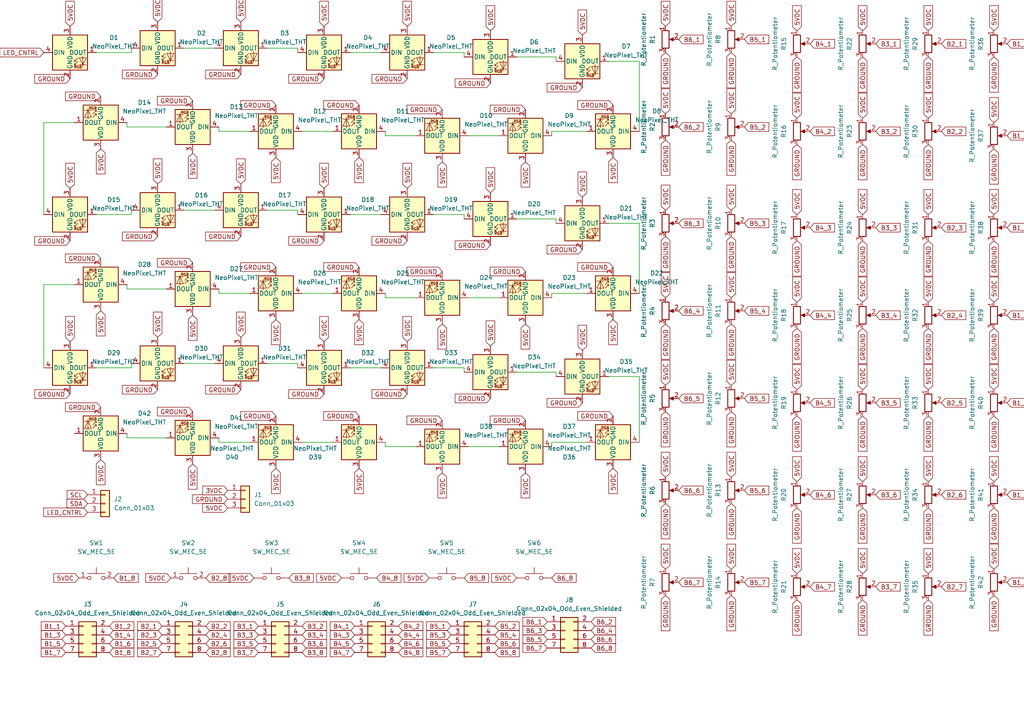
<source format=kicad_sch>
(kicad_sch (version 20211123) (generator eeschema)
  (paper "A4")
  (wire (pts (xy 176.53 17.78) (xy 185.42 17.78)))
  (wire (pts (xy 176.53 109.22) (xy 185.42 109.22)))
  (wire (pts (xy 125.73 62.23) (xy 134.62 62.23)))
  (wire (pts (xy 36.83 36.83) (xy 36.83 35.56)))
  (wire (pts (xy 176.53 64.77) (xy 185.42 64.77)))
  (wire (pts (xy 120.65 129.54) (xy 111.76 129.54)))
  (wire (pts (xy 53.34 105.41) (xy 62.23 105.41)))
  (wire (pts (xy 161.29 63.5) (xy 161.29 64.77)))
  (wire (pts (xy 160.02 128.27) (xy 160.02 129.54)))
  (wire (pts (xy 53.34 13.97) (xy 62.23 13.97)))
  (wire (pts (xy 77.47 105.41) (xy 86.36 105.41)))
  (wire (pts (xy 21.59 35.56) (xy 12.7 35.56)))
  (wire (pts (xy 160.02 85.09) (xy 160.02 86.36)))
  (wire (pts (xy 27.94 15.24) (xy 38.1 15.24)))
  (wire (pts (xy 86.36 13.97) (xy 86.36 15.24)))
  (wire (pts (xy 125.73 15.24) (xy 134.62 15.24)))
  (wire (pts (xy 72.39 85.09) (xy 63.5 85.09)))
  (wire (pts (xy 185.42 17.78) (xy 185.42 38.1)))
  (wire (pts (xy 160.02 38.1) (xy 160.02 39.37)))
  (wire (pts (xy 12.7 82.55) (xy 12.7 106.68)))
  (wire (pts (xy 27.94 106.68) (xy 38.1 106.68)))
  (wire (pts (xy 72.39 38.1) (xy 63.5 38.1)))
  (wire (pts (xy 111.76 39.37) (xy 111.76 38.1)))
  (wire (pts (xy 149.86 16.51) (xy 161.29 16.51)))
  (wire (pts (xy 149.86 63.5) (xy 161.29 63.5)))
  (wire (pts (xy 63.5 38.1) (xy 63.5 36.83)))
  (wire (pts (xy 38.1 106.68) (xy 38.1 105.41)))
  (wire (pts (xy 87.63 38.1) (xy 96.52 38.1)))
  (wire (pts (xy 185.42 109.22) (xy 185.42 128.27)))
  (wire (pts (xy 77.47 13.97) (xy 86.36 13.97)))
  (wire (pts (xy 125.73 106.68) (xy 134.62 106.68)))
  (wire (pts (xy 134.62 62.23) (xy 134.62 63.5)))
  (wire (pts (xy 72.39 128.27) (xy 63.5 128.27)))
  (wire (pts (xy 63.5 128.27) (xy 63.5 127)))
  (wire (pts (xy 38.1 15.24) (xy 38.1 13.97)))
  (wire (pts (xy 170.18 128.27) (xy 160.02 128.27)))
  (wire (pts (xy 87.63 128.27) (xy 96.52 128.27)))
  (wire (pts (xy 135.89 86.36) (xy 144.78 86.36)))
  (wire (pts (xy 77.47 60.96) (xy 86.36 60.96)))
  (wire (pts (xy 48.26 83.82) (xy 36.83 83.82)))
  (wire (pts (xy 63.5 85.09) (xy 63.5 83.82)))
  (wire (pts (xy 170.18 85.09) (xy 160.02 85.09)))
  (wire (pts (xy 120.65 86.36) (xy 111.76 86.36)))
  (wire (pts (xy 161.29 107.95) (xy 161.29 109.22)))
  (wire (pts (xy 135.89 129.54) (xy 144.78 129.54)))
  (wire (pts (xy 149.86 107.95) (xy 161.29 107.95)))
  (wire (pts (xy 38.1 62.23) (xy 38.1 60.96)))
  (wire (pts (xy 53.34 60.96) (xy 62.23 60.96)))
  (wire (pts (xy 27.94 62.23) (xy 38.1 62.23)))
  (wire (pts (xy 134.62 15.24) (xy 134.62 16.51)))
  (wire (pts (xy 101.6 106.68) (xy 110.49 106.68)))
  (wire (pts (xy 185.42 64.77) (xy 185.42 85.09)))
  (wire (pts (xy 120.65 39.37) (xy 111.76 39.37)))
  (wire (pts (xy 134.62 106.68) (xy 134.62 107.95)))
  (wire (pts (xy 36.83 127) (xy 36.83 125.73)))
  (wire (pts (xy 86.36 105.41) (xy 86.36 106.68)))
  (wire (pts (xy 48.26 36.83) (xy 36.83 36.83)))
  (wire (pts (xy 101.6 62.23) (xy 110.49 62.23)))
  (wire (pts (xy 170.18 38.1) (xy 160.02 38.1)))
  (wire (pts (xy 48.26 127) (xy 36.83 127)))
  (wire (pts (xy 101.6 15.24) (xy 110.49 15.24)))
  (wire (pts (xy 86.36 60.96) (xy 86.36 62.23)))
  (wire (pts (xy 36.83 83.82) (xy 36.83 82.55)))
  (wire (pts (xy 111.76 86.36) (xy 111.76 85.09)))
  (wire (pts (xy 87.63 85.09) (xy 96.52 85.09)))
  (wire (pts (xy 135.89 39.37) (xy 144.78 39.37)))
  (wire (pts (xy 12.7 35.56) (xy 12.7 62.23)))
  (wire (pts (xy 111.76 129.54) (xy 111.76 128.27)))
  (wire (pts (xy 21.59 82.55) (xy 12.7 82.55)))
  (wire (pts (xy 161.29 16.51) (xy 161.29 17.78)))
  (global_label "5VDC" (shape input) (at 168.91 10.16 90) (property "Intersheet References" "${INTERSHEET_REFS}" (effects hide)))
  (global_label "B3_4" (shape input) (at 254 91.44 0) (property "Intersheet References" "${INTERSHEET_REFS}" (effects hide)))
  (global_label "5VDC" (shape input) (at 288.29 113.03 90) (property "Intersheet References" "${INTERSHEET_REFS}" (effects hide)))
  (global_label "5VDC" (shape input) (at 20.32 7.62 90) (property "Intersheet References" "${INTERSHEET_REFS}" (effects hide)))
  (global_label "B4_8" (shape input) (at 115.57 189.23 0) (property "Intersheet References" "${INTERSHEET_REFS}" (effects hide)))
  (global_label "5VDC" (shape input) (at 288.29 87.63 90) (property "Intersheet References" "${INTERSHEET_REFS}" (effects hide)))
  (global_label "SDA" (shape input) (at 25.4 146.05 180) (property "Intersheet References" "${INTERSHEET_REFS}" (effects hide)))
  (global_label "GROUND" (shape input) (at 118.11 22.86 180) (property "Intersheet References" "${INTERSHEET_REFS}" (effects hide)))
  (global_label "5VDC" (shape input) (at 250.19 166.37 90) (property "Intersheet References" "${INTERSHEET_REFS}" (effects hide)))
  (global_label "GROUND" (shape input) (at 128.27 121.92 180) (property "Intersheet References" "${INTERSHEET_REFS}" (effects hide)))
  (global_label "5VDC" (shape input) (at 149.86 167.64 180) (property "Intersheet References" "${INTERSHEET_REFS}" (effects hide)))
  (global_label "B4_3" (shape input) (at 102.87 184.15 180) (property "Intersheet References" "${INTERSHEET_REFS}" (effects hide)))
  (global_label "GROUND" (shape input) (at 55.88 29.21 180) (property "Intersheet References" "${INTERSHEET_REFS}" (effects hide)))
  (global_label "GROUND" (shape input) (at 212.09 40.64 270) (property "Intersheet References" "${INTERSHEET_REFS}" (effects hide)))
  (global_label "GROUND" (shape input) (at 168.91 72.39 180) (property "Intersheet References" "${INTERSHEET_REFS}" (effects hide)))
  (global_label "B6_4" (shape input) (at 171.45 182.88 0) (property "Intersheet References" "${INTERSHEET_REFS}" (effects hide)))
  (global_label "GROUND" (shape input) (at 269.24 173.99 270) (property "Intersheet References" "${INTERSHEET_REFS}" (effects hide)))
  (global_label "GROUND" (shape input) (at 80.01 120.65 180) (property "Intersheet References" "${INTERSHEET_REFS}" (effects hide)))
  (global_label "B2_2" (shape input) (at 273.05 38.1 0) (property "Intersheet References" "${INTERSHEET_REFS}" (effects hide)))
  (global_label "GROUND" (shape input) (at 93.98 22.86 180) (property "Intersheet References" "${INTERSHEET_REFS}" (effects hide)))
  (global_label "GROUND" (shape input) (at 168.91 116.84 180) (property "Intersheet References" "${INTERSHEET_REFS}" (effects hide)))
  (global_label "GROUND" (shape input) (at 269.24 16.51 270) (property "Intersheet References" "${INTERSHEET_REFS}" (effects hide)))
  (global_label "GROUND" (shape input) (at 93.98 69.85 180) (property "Intersheet References" "${INTERSHEET_REFS}" (effects hide)))
  (global_label "B1_6" (shape input) (at 292.1 143.51 0) (property "Intersheet References" "${INTERSHEET_REFS}" (effects hide)))
  (global_label "GROUND" (shape input) (at 193.04 146.05 270) (property "Intersheet References" "${INTERSHEET_REFS}" (effects hide)))
  (global_label "GROUND" (shape input) (at 250.19 16.51 270) (property "Intersheet References" "${INTERSHEET_REFS}" (effects hide)))
  (global_label "B1_2" (shape input) (at 31.75 181.61 0) (property "Intersheet References" "${INTERSHEET_REFS}" (effects hide)))
  (global_label "GROUND" (shape input) (at 168.91 25.4 180) (property "Intersheet References" "${INTERSHEET_REFS}" (effects hide)))
  (global_label "5VDC" (shape input) (at 250.19 113.03 90) (property "Intersheet References" "${INTERSHEET_REFS}" (effects hide)))
  (global_label "GROUND" (shape input) (at 231.14 16.51 270) (property "Intersheet References" "${INTERSHEET_REFS}" (effects hide)))
  (global_label "B5_6" (shape input) (at 143.51 186.69 0) (property "Intersheet References" "${INTERSHEET_REFS}" (effects hide)))
  (global_label "GROUND" (shape input) (at 193.04 68.58 270) (property "Intersheet References" "${INTERSHEET_REFS}" (effects hide)))
  (global_label "5VDC" (shape input) (at 231.14 139.7 90) (property "Intersheet References" "${INTERSHEET_REFS}" (effects hide)))
  (global_label "3VDC" (shape input) (at 66.04 142.24 180) (property "Intersheet References" "${INTERSHEET_REFS}" (effects hide)))
  (global_label "GROUND" (shape input) (at 193.04 93.98 270) (property "Intersheet References" "${INTERSHEET_REFS}" (effects hide)))
  (global_label "GROUND" (shape input) (at 231.14 41.91 270) (property "Intersheet References" "${INTERSHEET_REFS}" (effects hide)))
  (global_label "5VDC" (shape input) (at 142.24 8.89 90) (property "Intersheet References" "${INTERSHEET_REFS}" (effects hide)))
  (global_label "B1_3" (shape input) (at 292.1 66.04 0) (property "Intersheet References" "${INTERSHEET_REFS}" (effects hide)))
  (global_label "B5_4" (shape input) (at 215.9 90.17 0) (property "Intersheet References" "${INTERSHEET_REFS}" (effects hide)))
  (global_label "GROUND" (shape input) (at 55.88 119.38 180) (property "Intersheet References" "${INTERSHEET_REFS}" (effects hide)))
  (global_label "GROUND" (shape input) (at 142.24 71.12 180) (property "Intersheet References" "${INTERSHEET_REFS}" (effects hide)))
  (global_label "GROUND" (shape input) (at 45.72 113.03 180) (property "Intersheet References" "${INTERSHEET_REFS}" (effects hide)))
  (global_label "B1_5" (shape input) (at 19.05 186.69 180) (property "Intersheet References" "${INTERSHEET_REFS}" (effects hide)))
  (global_label "B2_1" (shape input) (at 273.05 12.7 0) (property "Intersheet References" "${INTERSHEET_REFS}" (effects hide)))
  (global_label "5VDC" (shape input) (at 142.24 100.33 90) (property "Intersheet References" "${INTERSHEET_REFS}" (effects hide)))
  (global_label "B6_1" (shape input) (at 196.85 11.43 0) (property "Intersheet References" "${INTERSHEET_REFS}" (effects hide)))
  (global_label "GROUND" (shape input) (at 193.04 119.38 270) (property "Intersheet References" "${INTERSHEET_REFS}" (effects hide)))
  (global_label "GROUND" (shape input) (at 29.21 74.93 180) (property "Intersheet References" "${INTERSHEET_REFS}" (effects hide)))
  (global_label "B2_3" (shape input) (at 273.05 66.04 0) (property "Intersheet References" "${INTERSHEET_REFS}" (effects hide)))
  (global_label "GROUND" (shape input) (at 118.11 114.3 180) (property "Intersheet References" "${INTERSHEET_REFS}" (effects hide)))
  (global_label "B3_3" (shape input) (at 254 66.04 0) (property "Intersheet References" "${INTERSHEET_REFS}" (effects hide)))
  (global_label "GROUND" (shape input) (at 20.32 22.86 180) (property "Intersheet References" "${INTERSHEET_REFS}" (effects hide)))
  (global_label "5VDC" (shape input) (at 193.04 33.02 90) (property "Intersheet References" "${INTERSHEET_REFS}" (effects hide)))
  (global_label "5VDC" (shape input) (at 288.29 62.23 90) (property "Intersheet References" "${INTERSHEET_REFS}" (effects hide)))
  (global_label "B2_7" (shape input) (at 46.99 189.23 180) (property "Intersheet References" "${INTERSHEET_REFS}" (effects hide)))
  (global_label "5VDC" (shape input) (at 212.09 111.76 90) (property "Intersheet References" "${INTERSHEET_REFS}" (effects hide)))
  (global_label "B6_2" (shape input) (at 196.85 36.83 0) (property "Intersheet References" "${INTERSHEET_REFS}" (effects hide)))
  (global_label "B1_4" (shape input) (at 292.1 91.44 0) (property "Intersheet References" "${INTERSHEET_REFS}" (effects hide)))
  (global_label "5VDC" (shape input) (at 55.88 44.45 270) (property "Intersheet References" "${INTERSHEET_REFS}" (effects hide)))
  (global_label "B2_8" (shape input) (at 59.69 167.64 0) (property "Intersheet References" "${INTERSHEET_REFS}" (effects hide)))
  (global_label "B4_2" (shape input) (at 234.95 38.1 0) (property "Intersheet References" "${INTERSHEET_REFS}" (effects hide)))
  (global_label "GROUND" (shape input) (at 142.24 24.13 180) (property "Intersheet References" "${INTERSHEET_REFS}" (effects hide)))
  (global_label "GROUND" (shape input) (at 152.4 31.75 180) (property "Intersheet References" "${INTERSHEET_REFS}" (effects hide)))
  (global_label "B6_7" (shape input) (at 158.75 187.96 180) (property "Intersheet References" "${INTERSHEET_REFS}" (effects hide)))
  (global_label "B2_5" (shape input) (at 273.05 116.84 0) (property "Intersheet References" "${INTERSHEET_REFS}" (effects hide)))
  (global_label "GROUND" (shape input) (at 80.01 77.47 180) (property "Intersheet References" "${INTERSHEET_REFS}" (effects hide)))
  (global_label "5VDC" (shape input) (at 212.09 7.62 90) (property "Intersheet References" "${INTERSHEET_REFS}" (effects hide)))
  (global_label "B5_7" (shape input) (at 130.81 189.23 180) (property "Intersheet References" "${INTERSHEET_REFS}" (effects hide)))
  (global_label "5VDC" (shape input) (at 80.01 135.89 270) (property "Intersheet References" "${INTERSHEET_REFS}" (effects hide)))
  (global_label "GROUND" (shape input) (at 128.27 31.75 180) (property "Intersheet References" "${INTERSHEET_REFS}" (effects hide)))
  (global_label "B1_8" (shape input) (at 31.75 189.23 0) (property "Intersheet References" "${INTERSHEET_REFS}" (effects hide)))
  (global_label "B5_6" (shape input) (at 215.9 142.24 0) (property "Intersheet References" "${INTERSHEET_REFS}" (effects hide)))
  (global_label "5VDC" (shape input) (at 193.04 60.96 90) (property "Intersheet References" "${INTERSHEET_REFS}" (effects hide)))
  (global_label "GROUND" (shape input) (at 177.8 120.65 180) (property "Intersheet References" "${INTERSHEET_REFS}" (effects hide)))
  (global_label "B2_4" (shape input) (at 59.69 184.15 0) (property "Intersheet References" "${INTERSHEET_REFS}" (effects hide)))
  (global_label "B1_5" (shape input) (at 292.1 116.84 0) (property "Intersheet References" "${INTERSHEET_REFS}" (effects hide)))
  (global_label "B1_3" (shape input) (at 19.05 184.15 180) (property "Intersheet References" "${INTERSHEET_REFS}" (effects hide)))
  (global_label "GROUND" (shape input) (at 212.09 68.58 270) (property "Intersheet References" "${INTERSHEET_REFS}" (effects hide)))
  (global_label "5VDC" (shape input) (at 250.19 87.63 90) (property "Intersheet References" "${INTERSHEET_REFS}" (effects hide)))
  (global_label "B1_1" (shape input) (at 292.1 12.7 0) (property "Intersheet References" "${INTERSHEET_REFS}" (effects hide)))
  (global_label "5VDC" (shape input) (at 288.29 8.89 90) (property "Intersheet References" "${INTERSHEET_REFS}" (effects hide)))
  (global_label "B6_1" (shape input) (at 158.75 180.34 180) (property "Intersheet References" "${INTERSHEET_REFS}" (effects hide)))
  (global_label "5VDC" (shape input) (at 250.19 62.23 90) (property "Intersheet References" "${INTERSHEET_REFS}" (effects hide)))
  (global_label "5VDC" (shape input) (at 104.14 92.71 270) (property "Intersheet References" "${INTERSHEET_REFS}" (effects hide)))
  (global_label "B3_1" (shape input) (at 74.93 181.61 180) (property "Intersheet References" "${INTERSHEET_REFS}" (effects hide)))
  (global_label "5VDC" (shape input) (at 20.32 54.61 90) (property "Intersheet References" "${INTERSHEET_REFS}" (effects hide)))
  (global_label "GROUND" (shape input) (at 212.09 119.38 270) (property "Intersheet References" "${INTERSHEET_REFS}" (effects hide)))
  (global_label "B4_3" (shape input) (at 234.95 66.04 0) (property "Intersheet References" "${INTERSHEET_REFS}" (effects hide)))
  (global_label "5VDC" (shape input) (at 55.88 91.44 270) (property "Intersheet References" "${INTERSHEET_REFS}" (effects hide)))
  (global_label "5VDC" (shape input) (at 269.24 62.23 90) (property "Intersheet References" "${INTERSHEET_REFS}" (effects hide)))
  (global_label "B1_8" (shape input) (at 33.02 167.64 0) (property "Intersheet References" "${INTERSHEET_REFS}" (effects hide)))
  (global_label "B4_5" (shape input) (at 234.95 116.84 0) (property "Intersheet References" "${INTERSHEET_REFS}" (effects hide)))
  (global_label "5VDC" (shape input) (at 288.29 35.56 90) (property "Intersheet References" "${INTERSHEET_REFS}" (effects hide)))
  (global_label "B6_5" (shape input) (at 158.75 185.42 180) (property "Intersheet References" "${INTERSHEET_REFS}" (effects hide)))
  (global_label "B4_4" (shape input) (at 234.95 91.44 0) (property "Intersheet References" "${INTERSHEET_REFS}" (effects hide)))
  (global_label "GROUND" (shape input) (at 177.8 30.48 180) (property "Intersheet References" "${INTERSHEET_REFS}" (effects hide)))
  (global_label "5VDC" (shape input) (at 49.53 167.64 180) (property "Intersheet References" "${INTERSHEET_REFS}" (effects hide)))
  (global_label "SCL" (shape input) (at 25.4 143.51 180) (property "Intersheet References" "${INTERSHEET_REFS}" (effects hide)))
  (global_label "LED_CNTRL" (shape input) (at 12.7 15.24 180) (property "Intersheet References" "${INTERSHEET_REFS}" (effects hide)))
  (global_label "5VDC" (shape input) (at 193.04 86.36 90) (property "Intersheet References" "${INTERSHEET_REFS}" (effects hide)))
  (global_label "5VDC" (shape input) (at 152.4 137.16 270) (property "Intersheet References" "${INTERSHEET_REFS}" (effects hide)))
  (global_label "GROUND" (shape input) (at 128.27 78.74 180) (property "Intersheet References" "${INTERSHEET_REFS}" (effects hide)))
  (global_label "B5_3" (shape input) (at 130.81 184.15 180) (property "Intersheet References" "${INTERSHEET_REFS}" (effects hide)))
  (global_label "GROUND" (shape input) (at 142.24 115.57 180) (property "Intersheet References" "${INTERSHEET_REFS}" (effects hide)))
  (global_label "B6_2" (shape input) (at 171.45 180.34 0) (property "Intersheet References" "${INTERSHEET_REFS}" (effects hide)))
  (global_label "5VDC" (shape input) (at 124.46 167.64 180) (property "Intersheet References" "${INTERSHEET_REFS}" (effects hide)))
  (global_label "5VDC" (shape input) (at 177.8 92.71 270) (property "Intersheet References" "${INTERSHEET_REFS}" (effects hide)))
  (global_label "5VDC" (shape input) (at 212.09 33.02 90) (property "Intersheet References" "${INTERSHEET_REFS}" (effects hide)))
  (global_label "GROUND" (shape input) (at 288.29 69.85 270) (property "Intersheet References" "${INTERSHEET_REFS}" (effects hide)))
  (global_label "B3_4" (shape input) (at 87.63 184.15 0) (property "Intersheet References" "${INTERSHEET_REFS}" (effects hide)))
  (global_label "B4_8" (shape input) (at 109.22 167.64 0) (property "Intersheet References" "${INTERSHEET_REFS}" (effects hide)))
  (global_label "B3_5" (shape input) (at 254 116.84 0) (property "Intersheet References" "${INTERSHEET_REFS}" (effects hide)))
  (global_label "5VDC" (shape input) (at 193.04 138.43 90) (property "Intersheet References" "${INTERSHEET_REFS}" (effects hide)))
  (global_label "5VDC" (shape input) (at 99.06 167.64 180) (property "Intersheet References" "${INTERSHEET_REFS}" (effects hide)))
  (global_label "GROUND" (shape input) (at 269.24 120.65 270) (property "Intersheet References" "${INTERSHEET_REFS}" (effects hide)))
  (global_label "B2_6" (shape input) (at 273.05 143.51 0) (property "Intersheet References" "${INTERSHEET_REFS}" (effects hide)))
  (global_label "GROUND" (shape input) (at 269.24 69.85 270) (property "Intersheet References" "${INTERSHEET_REFS}" (effects hide)))
  (global_label "GROUND" (shape input) (at 193.04 15.24 270) (property "Intersheet References" "${INTERSHEET_REFS}" (effects hide)))
  (global_label "B4_2" (shape input) (at 115.57 181.61 0) (property "Intersheet References" "${INTERSHEET_REFS}" (effects hide)))
  (global_label "B1_2" (shape input) (at 292.1 39.37 0) (property "Intersheet References" "${INTERSHEET_REFS}" (effects hide)))
  (global_label "5VDC" (shape input) (at 177.8 45.72 270) (property "Intersheet References" "${INTERSHEET_REFS}" (effects hide)))
  (global_label "5VDC" (shape input) (at 128.27 93.98 270) (property "Intersheet References" "${INTERSHEET_REFS}" (effects hide)))
  (global_label "GROUND" (shape input) (at 288.29 147.32 270) (property "Intersheet References" "${INTERSHEET_REFS}" (effects hide)))
  (global_label "B3_6" (shape input) (at 254 143.51 0) (property "Intersheet References" "${INTERSHEET_REFS}" (effects hide)))
  (global_label "B2_1" (shape input) (at 46.99 181.61 180) (property "Intersheet References" "${INTERSHEET_REFS}" (effects hide)))
  (global_label "B1_4" (shape input) (at 31.75 184.15 0) (property "Intersheet References" "${INTERSHEET_REFS}" (effects hide)))
  (global_label "GROUND" (shape input) (at 250.19 120.65 270) (property "Intersheet References" "${INTERSHEET_REFS}" (effects hide)))
  (global_label "GROUND" (shape input) (at 250.19 41.91 270) (property "Intersheet References" "${INTERSHEET_REFS}" (effects hide)))
  (global_label "5VDC" (shape input) (at 152.4 93.98 270) (property "Intersheet References" "${INTERSHEET_REFS}" (effects hide)))
  (global_label "5VDC" (shape input) (at 55.88 134.62 270) (property "Intersheet References" "${INTERSHEET_REFS}" (effects hide)))
  (global_label "B4_7" (shape input) (at 102.87 189.23 180) (property "Intersheet References" "${INTERSHEET_REFS}" (effects hide)))
  (global_label "GROUND" (shape input) (at 193.04 40.64 270) (property "Intersheet References" "${INTERSHEET_REFS}" (effects hide)))
  (global_label "5VDC" (shape input) (at 212.09 138.43 90) (property "Intersheet References" "${INTERSHEET_REFS}" (effects hide)))
  (global_label "B3_2" (shape input) (at 87.63 181.61 0) (property "Intersheet References" "${INTERSHEET_REFS}" (effects hide)))
  (global_label "GROUND" (shape input) (at 80.01 30.48 180) (property "Intersheet References" "${INTERSHEET_REFS}" (effects hide)))
  (global_label "B5_4" (shape input) (at 143.51 184.15 0) (property "Intersheet References" "${INTERSHEET_REFS}" (effects hide)))
  (global_label "B3_8" (shape input) (at 83.82 167.64 0) (property "Intersheet References" "${INTERSHEET_REFS}" (effects hide)))
  (global_label "GROUND" (shape input) (at 177.8 77.47 180) (property "Intersheet References" "${INTERSHEET_REFS}" (effects hide)))
  (global_label "B2_6" (shape input) (at 59.69 186.69 0) (property "Intersheet References" "${INTERSHEET_REFS}" (effects hide)))
  (global_label "5VDC" (shape input) (at 80.01 92.71 270) (property "Intersheet References" "${INTERSHEET_REFS}" (effects hide)))
  (global_label "5VDC" (shape input) (at 193.04 111.76 90) (property "Intersheet References" "${INTERSHEET_REFS}" (effects hide)))
  (global_label "5VDC" (shape input) (at 152.4 46.99 270) (property "Intersheet References" "${INTERSHEET_REFS}" (effects hide)))
  (global_label "5VDC" (shape input) (at 69.85 6.35 90) (property "Intersheet References" "${INTERSHEET_REFS}" (effects hide)))
  (global_label "5VDC" (shape input) (at 231.14 8.89 90) (property "Intersheet References" "${INTERSHEET_REFS}" (effects hide)))
  (global_label "GROUND" (shape input) (at 269.24 95.25 270) (property "Intersheet References" "${INTERSHEET_REFS}" (effects hide)))
  (global_label "GROUND" (shape input) (at 55.88 76.2 180) (property "Intersheet References" "${INTERSHEET_REFS}" (effects hide)))
  (global_label "B3_7" (shape input) (at 74.93 189.23 180) (property "Intersheet References" "${INTERSHEET_REFS}" (effects hide)))
  (global_label "B6_8" (shape input) (at 160.02 167.64 0) (property "Intersheet References" "${INTERSHEET_REFS}" (effects hide)))
  (global_label "GROUND" (shape input) (at 288.29 120.65 270) (property "Intersheet References" "${INTERSHEET_REFS}" (effects hide)))
  (global_label "5VDC" (shape input) (at 20.32 99.06 90) (property "Intersheet References" "${INTERSHEET_REFS}" (effects hide)))
  (global_label "GROUND" (shape input) (at 69.85 21.59 180) (property "Intersheet References" "${INTERSHEET_REFS}" (effects hide)))
  (global_label "5VDC" (shape input) (at 288.29 139.7 90) (property "Intersheet References" "${INTERSHEET_REFS}" (effects hide)))
  (global_label "5VDC" (shape input) (at 269.24 166.37 90) (property "Intersheet References" "${INTERSHEET_REFS}" (effects hide)))
  (global_label "GROUND" (shape input) (at 69.85 68.58 180) (property "Intersheet References" "${INTERSHEET_REFS}" (effects hide)))
  (global_label "B5_5" (shape input) (at 215.9 115.57 0) (property "Intersheet References" "${INTERSHEET_REFS}" (effects hide)))
  (global_label "5VDC" (shape input) (at 128.27 137.16 270) (property "Intersheet References" "${INTERSHEET_REFS}" (effects hide)))
  (global_label "GROUND" (shape input) (at 269.24 41.91 270) (property "Intersheet References" "${INTERSHEET_REFS}" (effects hide)))
  (global_label "GROUND" (shape input) (at 118.11 69.85 180) (property "Intersheet References" "${INTERSHEET_REFS}" (effects hide)))
  (global_label "5VDC" (shape input) (at 22.86 167.64 180) (property "Intersheet References" "${INTERSHEET_REFS}" (effects hide)))
  (global_label "GROUND" (shape input) (at 20.32 69.85 180) (property "Intersheet References" "${INTERSHEET_REFS}" (effects hide)))
  (global_label "5VDC" (shape input) (at 212.09 86.36 90) (property "Intersheet References" "${INTERSHEET_REFS}" (effects hide)))
  (global_label "B5_8" (shape input) (at 143.51 189.23 0) (property "Intersheet References" "${INTERSHEET_REFS}" (effects hide)))
  (global_label "5VDC" (shape input) (at 168.91 101.6 90) (property "Intersheet References" "${INTERSHEET_REFS}" (effects hide)))
  (global_label "GROUND" (shape input) (at 231.14 120.65 270) (property "Intersheet References" "${INTERSHEET_REFS}" (effects hide)))
  (global_label "GROUND" (shape input) (at 45.72 68.58 180) (property "Intersheet References" "${INTERSHEET_REFS}" (effects hide)))
  (global_label "GROUND" (shape input) (at 45.72 21.59 180) (property "Intersheet References" "${INTERSHEET_REFS}" (effects hide)))
  (global_label "B5_5" (shape input) (at 130.81 186.69 180) (property "Intersheet References" "${INTERSHEET_REFS}" (effects hide)))
  (global_label "B6_7" (shape input) (at 196.85 168.91 0) (property "Intersheet References" "${INTERSHEET_REFS}" (effects hide)))
  (global_label "B3_3" (shape input) (at 74.93 184.15 180) (property "Intersheet References" "${INTERSHEET_REFS}" (effects hide)))
  (global_label "GROUND" (shape input) (at 212.09 146.05 270) (property "Intersheet References" "${INTERSHEET_REFS}" (effects hide)))
  (global_label "B1_1" (shape input) (at 19.05 181.61 180) (property "Intersheet References" "${INTERSHEET_REFS}" (effects hide)))
  (global_label "B6_5" (shape input) (at 196.85 115.57 0) (property "Intersheet References" "${INTERSHEET_REFS}" (effects hide)))
  (global_label "5VDC" (shape input) (at 69.85 53.34 90) (property "Intersheet References" "${INTERSHEET_REFS}" (effects hide)))
  (global_label "5VDC" (shape input) (at 104.14 45.72 270) (property "Intersheet References" "${INTERSHEET_REFS}" (effects hide)))
  (global_label "GROUND" (shape input) (at 288.29 16.51 270) (property "Intersheet References" "${INTERSHEET_REFS}" (effects hide)))
  (global_label "GROUND" (shape input) (at 231.14 147.32 270) (property "Intersheet References" "${INTERSHEET_REFS}" (effects hide)))
  (global_label "GROUND" (shape input) (at 231.14 95.25 270) (property "Intersheet References" "${INTERSHEET_REFS}" (effects hide)))
  (global_label "B4_7" (shape input) (at 234.95 170.18 0) (property "Intersheet References" "${INTERSHEET_REFS}" (effects hide)))
  (global_label "GROUND" (shape input) (at 152.4 121.92 180) (property "Intersheet References" "${INTERSHEET_REFS}" (effects hide)))
  (global_label "B3_7" (shape input) (at 254 170.18 0) (property "Intersheet References" "${INTERSHEET_REFS}" (effects hide)))
  (global_label "5VDC" (shape input) (at 193.04 165.1 90) (property "Intersheet References" "${INTERSHEET_REFS}" (effects hide)))
  (global_label "GROUND" (shape input) (at 193.04 172.72 270) (property "Intersheet References" "${INTERSHEET_REFS}" (effects hide)))
  (global_label "B5_2" (shape input) (at 215.9 36.83 0) (property "Intersheet References" "${INTERSHEET_REFS}" (effects hide)))
  (global_label "B3_8" (shape input) (at 87.63 189.23 0) (property "Intersheet References" "${INTERSHEET_REFS}" (effects hide)))
  (global_label "5VDC" (shape input) (at 269.24 87.63 90) (property "Intersheet References" "${INTERSHEET_REFS}" (effects hide)))
  (global_label "B5_1" (shape input) (at 130.81 181.61 180) (property "Intersheet References" "${INTERSHEET_REFS}" (effects hide)))
  (global_label "B4_1" (shape input) (at 102.87 181.61 180) (property "Intersheet References" "${INTERSHEET_REFS}" (effects hide)))
  (global_label "B2_8" (shape input) (at 59.69 189.23 0) (property "Intersheet References" "${INTERSHEET_REFS}" (effects hide)))
  (global_label "B3_1" (shape input) (at 254 12.7 0) (property "Intersheet References" "${INTERSHEET_REFS}" (effects hide)))
  (global_label "B6_6" (shape input) (at 171.45 185.42 0) (property "Intersheet References" "${INTERSHEET_REFS}" (effects hide)))
  (global_label "5VDC" (shape input) (at 128.27 46.99 270) (property "Intersheet References" "${INTERSHEET_REFS}" (effects hide)))
  (global_label "5VDC" (shape input) (at 231.14 166.37 90) (property "Intersheet References" "${INTERSHEET_REFS}" (effects hide)))
  (global_label "5VDC" (shape input) (at 269.24 34.29 90) (property "Intersheet References" "${INTERSHEET_REFS}" (effects hide)))
  (global_label "GROUND" (shape input) (at 250.19 173.99 270) (property "Intersheet References" "${INTERSHEET_REFS}" (effects hide)))
  (global_label "B5_7" (shape input) (at 215.9 168.91 0) (property "Intersheet References" "${INTERSHEET_REFS}" (effects hide)))
  (global_label "B5_2" (shape input) (at 143.51 181.61 0) (property "Intersheet References" "${INTERSHEET_REFS}" (effects hide)))
  (global_label "B2_4" (shape input) (at 273.05 91.44 0) (property "Intersheet References" "${INTERSHEET_REFS}" (effects hide)))
  (global_label "GROUND" (shape input) (at 288.29 95.25 270) (property "Intersheet References" "${INTERSHEET_REFS}" (effects hide)))
  (global_label "B1_7" (shape input) (at 292.1 168.91 0) (property "Intersheet References" "${INTERSHEET_REFS}" (effects hide)))
  (global_label "5VDC" (shape input) (at 250.19 8.89 90) (property "Intersheet References" "${INTERSHEET_REFS}" (effects hide)))
  (global_label "B3_6" (shape input) (at 87.63 186.69 0) (property "Intersheet References" "${INTERSHEET_REFS}" (effects hide)))
  (global_label "GROUND" (shape input) (at 104.14 120.65 180) (property "Intersheet References" "${INTERSHEET_REFS}" (effects hide)))
  (global_label "B4_6" (shape input) (at 234.95 143.51 0) (property "Intersheet References" "${INTERSHEET_REFS}" (effects hide)))
  (global_label "GROUND" (shape input) (at 288.29 172.72 270) (property "Intersheet References" "${INTERSHEET_REFS}" (effects hide)))
  (global_label "B4_1" (shape input) (at 234.95 12.7 0) (property "Intersheet References" "${INTERSHEET_REFS}" (effects hide)))
  (global_label "B6_3" (shape input) (at 158.75 182.88 180) (property "Intersheet References" "${INTERSHEET_REFS}" (effects hide)))
  (global_label "GROUND" (shape input) (at 269.24 147.32 270) (property "Intersheet References" "${INTERSHEET_REFS}" (effects hide)))
  (global_label "5VDC" (shape input) (at 231.14 34.29 90) (property "Intersheet References" "${INTERSHEET_REFS}" (effects hide)))
  (global_label "B4_4" (shape input) (at 115.57 184.15 0) (property "Intersheet References" "${INTERSHEET_REFS}" (effects hide)))
  (global_label "5VDC" (shape input) (at 45.72 97.79 90) (property "Intersheet References" "${INTERSHEET_REFS}" (effects hide)))
  (global_label "B3_5" (shape input) (at 74.93 186.69 180) (property "Intersheet References" "${INTERSHEET_REFS}" (effects hide)))
  (global_label "GROUND" (shape input) (at 250.19 95.25 270) (property "Intersheet References" "${INTERSHEET_REFS}" (effects hide)))
  (global_label "5VDC" (shape input) (at 269.24 139.7 90) (property "Intersheet References" "${INTERSHEET_REFS}" (effects hide)))
  (global_label "GROUND" (shape input) (at 69.85 113.03 180) (property "Intersheet References" "${INTERSHEET_REFS}" (effects hide)))
  (global_label "5VDC" (shape input) (at 69.85 97.79 90) (property "Intersheet References" "${INTERSHEET_REFS}" (effects hide)))
  (global_label "GROUND" (shape input) (at 29.21 27.94 180) (property "Intersheet References" "${INTERSHEET_REFS}" (effects hide)))
  (global_label "GROUND" (shape input) (at 250.19 147.32 270) (property "Intersheet References" "${INTERSHEET_REFS}" (effects hide)))
  (global_label "GROUND" (shape input) (at 20.32 114.3 180) (property "Intersheet References" "${INTERSHEET_REFS}" (effects hide)))
  (global_label "B5_1" (shape input) (at 215.9 11.43 0) (property "Intersheet References" "${INTERSHEET_REFS}" (effects hide)))
  (global_label "5VDC" (shape input) (at 231.14 62.23 90) (property "Intersheet References" "${INTERSHEET_REFS}" (effects hide)))
  (global_label "5VDC" (shape input) (at 231.14 113.03 90) (property "Intersheet References" "${INTERSHEET_REFS}" (effects hide)))
  (global_label "5VDC" (shape input) (at 231.14 87.63 90) (property "Intersheet References" "${INTERSHEET_REFS}" (effects hide)))
  (global_label "5VDC" (shape input) (at 118.11 54.61 90) (property "Intersheet References" "${INTERSHEET_REFS}" (effects hide)))
  (global_label "5VDC" (shape input) (at 73.66 167.64 180) (property "Intersheet References" "${INTERSHEET_REFS}" (effects hide)))
  (global_label "GROUND" (shape input) (at 93.98 114.3 180) (property "Intersheet References" "${INTERSHEET_REFS}" (effects hide)))
  (global_label "B4_6" (shape input) (at 115.57 186.69 0) (property "Intersheet References" "${INTERSHEET_REFS}" (effects hide)))
  (global_label "B6_4" (shape input) (at 196.85 90.17 0) (property "Intersheet References" "${INTERSHEET_REFS}" (effects hide)))
  (global_label "5VDC" (shape input) (at 118.11 7.62 90) (property "Intersheet References" "${INTERSHEET_REFS}" (effects hide)))
  (global_label "GROUND" (shape input) (at 212.09 93.98 270) (property "Intersheet References" "${INTERSHEET_REFS}" (effects hide)))
  (global_label "5VDC" (shape input) (at 118.11 99.06 90) (property "Intersheet References" "${INTERSHEET_REFS}" (effects hide)))
  (global_label "B5_3" (shape input) (at 215.9 64.77 0) (property "Intersheet References" "${INTERSHEET_REFS}" (effects hide)))
  (global_label "5VDC" (shape input) (at 93.98 7.62 90) (property "Intersheet References" "${INTERSHEET_REFS}" (effects hide)))
  (global_label "5VDC" (shape input) (at 29.21 43.18 270) (property "Intersheet References" "${INTERSHEET_REFS}" (effects hide)))
  (global_label "5VDC" (shape input) (at 93.98 54.61 90) (property "Intersheet References" "${INTERSHEET_REFS}" (effects hide)))
  (global_label "B6_3" (shape input) (at 196.85 64.77 0) (property "Intersheet References" "${INTERSHEET_REFS}" (effects hide)))
  (global_label "GROUND" (shape input) (at 231.14 69.85 270) (property "Intersheet References" "${INTERSHEET_REFS}" (effects hide)))
  (global_label "B3_2" (shape input) (at 254 38.1 0) (property "Intersheet References" "${INTERSHEET_REFS}" (effects hide)))
  (global_label "5VDC" (shape input) (at 288.29 165.1 90) (property "Intersheet References" "${INTERSHEET_REFS}" (effects hide)))
  (global_label "5VDC" (shape input) (at 93.98 99.06 90) (property "Intersheet References" "${INTERSHEET_REFS}" (effects hide)))
  (global_label "5VDC" (shape input) (at 80.01 45.72 270) (property "Intersheet References" "${INTERSHEET_REFS}" (effects hide)))
  (global_label "B5_8" (shape input) (at 134.62 167.64 0) (property "Intersheet References" "${INTERSHEET_REFS}" (effects hide)))
  (global_label "5VDC" (shape input) (at 66.04 147.32 180) (property "Intersheet References" "${INTERSHEET_REFS}" (effects hide)))
  (global_label "5VDC" (shape input) (at 177.8 135.89 270) (property "Intersheet References" "${INTERSHEET_REFS}" (effects hide)))
  (global_label "5VDC" (shape input) (at 269.24 113.03 90) (property "Intersheet References" "${INTERSHEET_REFS}" (effects hide)))
  (global_label "B2_7" (shape input) (at 273.05 170.18 0) (property "Intersheet References" "${INTERSHEET_REFS}" (effects hide)))
  (global_label "B2_2" (shape input) (at 59.69 181.61 0) (property "Intersheet References" "${INTERSHEET_REFS}" (effects hide)))
  (global_label "5VDC" (shape input) (at 269.24 8.89 90) (property "Intersheet References" "${INTERSHEET_REFS}" (effects hide)))
  (global_label "5VDC" (shape input) (at 29.21 90.17 270) (property "Intersheet References" "${INTERSHEET_REFS}" (effects hide)))
  (global_label "5VDC" (shape input) (at 212.09 165.1 90) (property "Intersheet References" "${INTERSHEET_REFS}" (effects hide)))
  (global_label "LED_CNTRL" (shape input) (at 25.4 148.59 180) (property "Intersheet References" "${INTERSHEET_REFS}" (effects hide)))
  (global_label "B2_3" (shape input) (at 46.99 184.15 180) (property "Intersheet References" "${INTERSHEET_REFS}" (effects hide)))
  (global_label "GROUND" (shape input) (at 104.14 30.48 180) (property "Intersheet References" "${INTERSHEET_REFS}" (effects hide)))
  (global_label "5VDC" (shape input) (at 193.04 7.62 90) (property "Intersheet References" "${INTERSHEET_REFS}" (effects hide)))
  (global_label "GROUND" (shape input) (at 66.04 144.78 180) (property "Intersheet References" "${INTERSHEET_REFS}" (effects hide)))
  (global_label "GROUND" (shape input) (at 152.4 78.74 180) (property "Intersheet References" "${INTERSHEET_REFS}" (effects hide)))
  (global_label "B1_6" (shape input) (at 31.75 186.69 0) (property "Intersheet References" "${INTERSHEET_REFS}" (effects hide)))
  (global_label "5VDC" (shape input) (at 29.21 133.35 270) (property "Intersheet References" "${INTERSHEET_REFS}" (effects hide)))
  (global_label "5VDC" (shape input) (at 168.91 57.15 90) (property "Intersheet References" "${INTERSHEET_REFS}" (effects hide)))
  (global_label "B2_5" (shape input) (at 46.99 186.69 180) (property "Intersheet References" "${INTERSHEET_REFS}" (effects hide)))
  (global_label "GROUND" (shape input) (at 231.14 173.99 270) (property "Intersheet References" "${INTERSHEET_REFS}" (effects hide)))
  (global_label "B6_6" (shape input) (at 196.85 142.24 0) (property "Intersheet References" "${INTERSHEET_REFS}" (effects hide)))
  (global_label "GROUND" (shape input) (at 104.14 77.47 180) (property "Intersheet References" "${INTERSHEET_REFS}" (effects hide)))
  (global_label "5VDC" (shape input) (at 45.72 6.35 90) (property "Intersheet References" "${INTERSHEET_REFS}" (effects hide)))
  (global_label "B6_8" (shape input) (at 171.45 187.96 0) (property "Intersheet References" "${INTERSHEET_REFS}" (effects hide)))
  (global_label "5VDC" (shape input) (at 212.09 60.96 90) (property "Intersheet References" "${INTERSHEET_REFS}" (effects hide)))
  (global_label "5VDC" (shape input) (at 250.19 139.7 90) (property "Intersheet References" "${INTERSHEET_REFS}" (effects hide)))
  (global_label "B1_7" (shape input) (at 19.05 189.23 180) (property "Intersheet References" "${INTERSHEET_REFS}" (effects hide)))
  (global_label "GROUND" (shape input) (at 288.29 43.18 270) (property "Intersheet References" "${INTERSHEET_REFS}" (effects hide)))
  (global_label "GROUND" (shape input) (at 212.09 172.72 270) (property "Intersheet References" "${INTERSHEET_REFS}" (effects hide)))
  (global_label "GROUND" (shape input) (at 212.09 15.24 270) (property "Intersheet References" "${INTERSHEET_REFS}" (effects hide)))
  (global_label "5VDC" (shape input) (at 250.19 34.29 90) (property "Intersheet References" "${INTERSHEET_REFS}" (effects hide)))
  (global_label "GROUND" (shape input) (at 29.21 118.11 180) (property "Intersheet References" "${INTERSHEET_REFS}" (effects hide)))
  (global_label "5VDC" (shape input) (at 142.24 55.88 90) (property "Intersheet References" "${INTERSHEET_REFS}" (effects hide)))
  (global_label "B4_5" (shape input) (at 102.87 186.69 180) (property "Intersheet References" "${INTERSHEET_REFS}" (effects hide)))
  (global_label "5VDC" (shape input) (at 45.72 53.34 90) (property "Intersheet References" "${INTERSHEET_REFS}" (effects hide)))
  (global_label "GROUND" (shape input) (at 250.19 69.85 270) (property "Intersheet References" "${INTERSHEET_REFS}" (effects hide)))
  (global_label "5VDC" (shape input) (at 104.14 135.89 270) (property "Intersheet References" "${INTERSHEET_REFS}" (effects hide)))
  (symbol (lib_id "LED:NeoPixel_THT") (at 142.24 16.51 0) (unit 1)
    (property "Reference" "D6" (at 154.94 12.1793 0))
    (property "Value" "NeoPixel_THT" (at 154.94 14.7193 0))
    (property "Footprint" "LED_SMD:LED_SK6812MINI_PLCC4_3.5x3.5mm_P1.75mm" (effects hide))
    (property "Datasheet" "https://www.adafruit.com/product/1938" (effects hide))
  )
  (symbol (lib_id "LED:NeoPixel_THT") (at 168.91 17.78 0) (unit 1)
    (property "Reference" "D7" (at 181.61 13.4493 0))
    (property "Value" "NeoPixel_THT" (at 181.61 15.9893 0))
    (property "Footprint" "LED_SMD:LED_SK6812MINI_PLCC4_3.5x3.5mm_P1.75mm" (effects hide))
    (property "Datasheet" "https://www.adafruit.com/product/1938" (effects hide))
  )
  (symbol (lib_id "Device:R_Potentiometer") (at 231.14 12.7 0) (unit 1)
    (property "Reference" "R15" (at 227.33 12.7 90))
    (property "Value" "R_Potentiometer" (at 224.79 12.7 90))
    (property "Footprint" "Potentiometer_THT:Potentiometer_Alps_RK09K_Single_Vertical" (effects hide))
  )
  (symbol (lib_id "LED:NeoPixel_THT") (at 118.11 62.23 0) (unit 1)
    (property "Reference" "D19" (at 130.81 57.8993 0))
    (property "Value" "NeoPixel_THT" (at 130.81 60.4393 0))
    (property "Footprint" "LED_SMD:LED_SK6812MINI_PLCC4_3.5x3.5mm_P1.75mm" (effects hide))
    (property "Datasheet" "https://www.adafruit.com/product/1938" (effects hide))
  )
  (symbol (lib_id "Device:R_Potentiometer") (at 250.19 143.51 0) (unit 1)
    (property "Reference" "R27" (at 246.38 143.51 90))
    (property "Value" "R_Potentiometer" (at 243.84 143.51 90))
    (property "Footprint" "Potentiometer_THT:Potentiometer_Alps_RK09K_Single_Vertical" (effects hide))
  )
  (symbol (lib_id "LED:NeoPixel_THT") (at 20.32 106.68 0) (unit 1)
    (property "Reference" "D29" (at 33.02 102.3493 0))
    (property "Value" "NeoPixel_THT" (at 33.02 104.8893 0))
    (property "Footprint" "LED_SMD:LED_SK6812MINI_PLCC4_3.5x3.5mm_P1.75mm" (effects hide))
    (property "Datasheet" "https://www.adafruit.com/product/1938" (effects hide))
  )
  (symbol (lib_id "LED:NeoPixel_THT") (at 93.98 15.24 0) (unit 1)
    (property "Reference" "D4" (at 106.68 10.9093 0))
    (property "Value" "NeoPixel_THT" (at 106.68 13.4493 0))
    (property "Footprint" "LED_SMD:LED_SK6812MINI_PLCC4_3.5x3.5mm_P1.75mm" (effects hide))
    (property "Datasheet" "https://www.adafruit.com/product/1938" (effects hide))
  )
  (symbol (lib_id "Connector_Generic:Conn_02x04_Odd_Even") (at 80.01 184.15 0) (unit 1)
    (property "Reference" "J5" (at 81.28 175.26 0))
    (property "Value" "Conn_02x04_Odd_Even_Shielded" (at 81.28 177.8 0))
    (property "Footprint" "Connector_PinHeader_1.00mm:PinHeader_2x08_P1.00mm_Vertical" (effects hide))
  )
  (symbol (lib_id "Connector_Generic:Conn_01x03") (at 71.12 144.78 0) (unit 1)
    (property "Reference" "J1" (at 73.66 143.5099 0) (effects (justify left)))
    (property "Value" "Conn_01x03" (at 73.66 146.0499 0) (effects (justify left)))
    (property "Footprint" "Connector_PinHeader_1.00mm:PinHeader_1x03_P1.00mm_Vertical" (effects hide))
  )
  (symbol (lib_id "Device:R_Potentiometer") (at 288.29 168.91 0) (unit 1)
    (property "Reference" "R42" (at 284.48 168.91 90))
    (property "Value" "R_Potentiometer" (at 281.94 168.91 90))
    (property "Footprint" "Potentiometer_THT:Potentiometer_Alps_RK09K_Single_Vertical" (effects hide))
  )
  (symbol (lib_id "Device:R_Potentiometer") (at 231.14 38.1 0) (unit 1)
    (property "Reference" "R16" (at 227.33 38.1 90))
    (property "Value" "R_Potentiometer" (at 224.79 38.1 90))
    (property "Footprint" "Potentiometer_THT:Potentiometer_Alps_RK09K_Single_Vertical" (effects hide))
  )
  (symbol (lib_id "Device:R_Potentiometer") (at 269.24 66.04 0) (unit 1)
    (property "Reference" "R31" (at 265.43 66.04 90))
    (property "Value" "R_Potentiometer" (at 262.89 66.04 90))
    (property "Footprint" "Potentiometer_THT:Potentiometer_Alps_RK09K_Single_Vertical" (effects hide))
  )
  (symbol (lib_id "Device:R_Potentiometer") (at 212.09 11.43 0) (unit 1)
    (property "Reference" "R8" (at 208.28 11.43 90))
    (property "Value" "R_Potentiometer" (at 205.74 11.43 90))
    (property "Footprint" "Potentiometer_THT:Potentiometer_Alps_RK09K_Single_Vertical" (effects hide))
  )
  (symbol (lib_id "LED:NeoPixel_THT") (at 104.14 85.09 180) (unit 1)
    (property "Reference" "D25" (at 116.84 79.2605 0))
    (property "Value" "NeoPixel_THT" (at 116.84 81.8005 0))
    (property "Footprint" "LED_SMD:LED_SK6812MINI_PLCC4_3.5x3.5mm_P1.75mm" (effects hide))
    (property "Datasheet" "https://www.adafruit.com/product/1938" (effects hide))
  )
  (symbol (lib_id "LED:NeoPixel_THT") (at 45.72 105.41 0) (unit 1)
    (property "Reference" "D30" (at 58.42 101.0793 0))
    (property "Value" "NeoPixel_THT" (at 58.42 103.6193 0))
    (property "Footprint" "LED_SMD:LED_SK6812MINI_PLCC4_3.5x3.5mm_P1.75mm" (effects hide))
    (property "Datasheet" "https://www.adafruit.com/product/1938" (effects hide))
  )
  (symbol (lib_id "LED:NeoPixel_THT") (at 55.88 83.82 180) (unit 1)
    (property "Reference" "D27" (at 68.58 77.9905 0))
    (property "Value" "NeoPixel_THT" (at 68.58 80.5305 0))
    (property "Footprint" "LED_SMD:LED_SK6812MINI_PLCC4_3.5x3.5mm_P1.75mm" (effects hide))
    (property "Datasheet" "https://www.adafruit.com/product/1938" (effects hide))
  )
  (symbol (lib_id "Device:R_Potentiometer") (at 193.04 11.43 0) (unit 1)
    (property "Reference" "R1" (at 189.23 11.43 90))
    (property "Value" "R_Potentiometer" (at 186.69 11.43 90))
    (property "Footprint" "Potentiometer_THT:Potentiometer_Alps_RK09K_Single_Vertical" (effects hide))
  )
  (symbol (lib_id "Device:R_Potentiometer") (at 212.09 90.17 0) (unit 1)
    (property "Reference" "R11" (at 208.28 90.17 90))
    (property "Value" "R_Potentiometer" (at 205.74 90.17 90))
    (property "Footprint" "Potentiometer_THT:Potentiometer_Alps_RK09K_Single_Vertical" (effects hide))
  )
  (symbol (lib_id "LED:NeoPixel_THT") (at 118.11 15.24 0) (unit 1)
    (property "Reference" "D5" (at 130.81 10.9093 0))
    (property "Value" "NeoPixel_THT" (at 130.81 13.4493 0))
    (property "Footprint" "LED_SMD:LED_SK6812MINI_PLCC4_3.5x3.5mm_P1.75mm" (effects hide))
    (property "Datasheet" "https://www.adafruit.com/product/1938" (effects hide))
  )
  (symbol (lib_id "LED:NeoPixel_THT") (at 152.4 86.36 180) (unit 1)
    (property "Reference" "D23" (at 165.1 80.5305 0))
    (property "Value" "NeoPixel_THT" (at 165.1 83.0705 0))
    (property "Footprint" "LED_SMD:LED_SK6812MINI_PLCC4_3.5x3.5mm_P1.75mm" (effects hide))
    (property "Datasheet" "https://www.adafruit.com/product/1938" (effects hide))
  )
  (symbol (lib_id "Device:R_Potentiometer") (at 250.19 116.84 0) (unit 1)
    (property "Reference" "R26" (at 246.38 116.84 90))
    (property "Value" "R_Potentiometer" (at 243.84 116.84 90))
    (property "Footprint" "Potentiometer_THT:Potentiometer_Alps_RK09K_Single_Vertical" (effects hide))
  )
  (symbol (lib_id "Device:R_Potentiometer") (at 231.14 116.84 0) (unit 1)
    (property "Reference" "R19" (at 227.33 116.84 90))
    (property "Value" "R_Potentiometer" (at 224.79 116.84 90))
    (property "Footprint" "Potentiometer_THT:Potentiometer_Alps_RK09K_Single_Vertical" (effects hide))
  )
  (symbol (lib_id "Device:R_Potentiometer") (at 212.09 115.57 0) (unit 1)
    (property "Reference" "R12" (at 208.28 115.57 90))
    (property "Value" "R_Potentiometer" (at 205.74 115.57 90))
    (property "Footprint" "Potentiometer_THT:Potentiometer_Alps_RK09K_Single_Vertical" (effects hide))
  )
  (symbol (lib_id "Device:R_Potentiometer") (at 250.19 170.18 0) (unit 1)
    (property "Reference" "R28" (at 246.38 170.18 90))
    (property "Value" "R_Potentiometer" (at 243.84 170.18 90))
    (property "Footprint" "Potentiometer_THT:Potentiometer_Alps_RK09K_Single_Vertical" (effects hide))
  )
  (symbol (lib_id "Connector_Generic:Conn_02x04_Odd_Even") (at 163.83 182.88 0) (unit 1)
    (property "Reference" "J8" (at 165.1 173.99 0))
    (property "Value" "Conn_02x04_Odd_Even_Shielded" (at 165.1 176.53 0))
    (property "Footprint" "Connector_PinHeader_1.00mm:PinHeader_2x08_P1.00mm_Vertical" (effects hide))
  )
  (symbol (lib_id "Connector_Generic:Conn_02x04_Odd_Even") (at 52.07 184.15 0) (unit 1)
    (property "Reference" "J4" (at 53.34 175.26 0))
    (property "Value" "Conn_02x04_Odd_Even_Shielded" (at 53.34 177.8 0))
    (property "Footprint" "Connector_PinHeader_1.00mm:PinHeader_2x08_P1.00mm_Vertical" (effects hide))
  )
  (symbol (lib_id "LED:NeoPixel_THT") (at 142.24 63.5 0) (unit 1)
    (property "Reference" "D20" (at 154.94 59.1693 0))
    (property "Value" "NeoPixel_THT" (at 154.94 61.7093 0))
    (property "Footprint" "LED_SMD:LED_SK6812MINI_PLCC4_3.5x3.5mm_P1.75mm" (effects hide))
    (property "Datasheet" "https://www.adafruit.com/product/1938" (effects hide))
  )
  (symbol (lib_id "Device:R_Potentiometer") (at 288.29 116.84 0) (unit 1)
    (property "Reference" "R40" (at 284.48 116.84 90))
    (property "Value" "R_Potentiometer" (at 281.94 116.84 90))
    (property "Footprint" "Potentiometer_THT:Potentiometer_Alps_RK09K_Single_Vertical" (effects hide))
  )
  (symbol (lib_id "Device:R_Potentiometer") (at 231.14 170.18 0) (unit 1)
    (property "Reference" "R21" (at 227.33 170.18 90))
    (property "Value" "R_Potentiometer" (at 224.79 170.18 90))
    (property "Footprint" "Potentiometer_THT:Potentiometer_Alps_RK09K_Single_Vertical" (effects hide))
  )
  (symbol (lib_id "LED:NeoPixel_THT") (at 168.91 64.77 0) (unit 1)
    (property "Reference" "D21" (at 181.61 60.4393 0))
    (property "Value" "NeoPixel_THT" (at 181.61 62.9793 0))
    (property "Footprint" "LED_SMD:LED_SK6812MINI_PLCC4_3.5x3.5mm_P1.75mm" (effects hide))
    (property "Datasheet" "https://www.adafruit.com/product/1938" (effects hide))
  )
  (symbol (lib_id "Device:R_Potentiometer") (at 269.24 91.44 0) (unit 1)
    (property "Reference" "R32" (at 265.43 91.44 90))
    (property "Value" "R_Potentiometer" (at 262.89 91.44 90))
    (property "Footprint" "Potentiometer_THT:Potentiometer_Alps_RK09K_Single_Vertical" (effects hide))
  )
  (symbol (lib_id "LED:NeoPixel_THT") (at 152.4 39.37 180) (unit 1)
    (property "Reference" "D9" (at 165.1 33.5405 0))
    (property "Value" "NeoPixel_THT" (at 165.1 36.0805 0))
    (property "Footprint" "LED_SMD:LED_SK6812MINI_PLCC4_3.5x3.5mm_P1.75mm" (effects hide))
    (property "Datasheet" "https://www.adafruit.com/product/1938" (effects hide))
  )
  (symbol (lib_id "LED:NeoPixel_THT") (at 80.01 38.1 180) (unit 1)
    (property "Reference" "D12" (at 92.71 32.2705 0))
    (property "Value" "NeoPixel_THT" (at 92.71 34.8105 0))
    (property "Footprint" "LED_SMD:LED_SK6812MINI_PLCC4_3.5x3.5mm_P1.75mm" (effects hide))
    (property "Datasheet" "https://www.adafruit.com/product/1938" (effects hide))
  )
  (symbol (lib_id "LED:NeoPixel_THT") (at 80.01 85.09 180) (unit 1)
    (property "Reference" "D26" (at 92.71 79.2605 0))
    (property "Value" "NeoPixel_THT" (at 92.71 81.8005 0))
    (property "Footprint" "LED_SMD:LED_SK6812MINI_PLCC4_3.5x3.5mm_P1.75mm" (effects hide))
    (property "Datasheet" "https://www.adafruit.com/product/1938" (effects hide))
  )
  (symbol (lib_id "Device:R_Potentiometer") (at 269.24 170.18 0) (unit 1)
    (property "Reference" "R35" (at 265.43 170.18 90))
    (property "Value" "R_Potentiometer" (at 262.89 170.18 90))
    (property "Footprint" "Potentiometer_THT:Potentiometer_Alps_RK09K_Single_Vertical" (effects hide))
  )
  (symbol (lib_id "Device:R_Potentiometer") (at 231.14 66.04 0) (unit 1)
    (property "Reference" "R17" (at 227.33 66.04 90))
    (property "Value" "R_Potentiometer" (at 224.79 66.04 90))
    (property "Footprint" "Potentiometer_THT:Potentiometer_Alps_RK09K_Single_Vertical" (effects hide))
  )
  (symbol (lib_id "Switch:SW_Push") (at 129.54 167.64 0) (unit 1)
    (property "Reference" "SW5" (at 129.54 157.48 0))
    (property "Value" "SW_MEC_5E" (at 129.54 160.02 0))
    (property "Footprint" "Button_Switch_THT:SW_TH_Tactile_Omron_B3F-10xx" (effects hide))
  )
  (symbol (lib_id "Device:R_Potentiometer") (at 250.19 66.04 0) (unit 1)
    (property "Reference" "R24" (at 246.38 66.04 90))
    (property "Value" "R_Potentiometer" (at 243.84 66.04 90))
    (property "Footprint" "Potentiometer_THT:Potentiometer_Alps_RK09K_Single_Vertical" (effects hide))
  )
  (symbol (lib_id "LED:NeoPixel_THT") (at 128.27 129.54 180) (unit 1)
    (property "Reference" "D38" (at 140.97 123.7105 0))
    (property "Value" "NeoPixel_THT" (at 140.97 126.2505 0))
    (property "Footprint" "LED_SMD:LED_SK6812MINI_PLCC4_3.5x3.5mm_P1.75mm" (effects hide))
    (property "Datasheet" "https://www.adafruit.com/product/1938" (effects hide))
  )
  (symbol (lib_id "LED:NeoPixel_THT") (at 55.88 36.83 180) (unit 1)
    (property "Reference" "D13" (at 68.58 31.0005 0))
    (property "Value" "NeoPixel_THT" (at 68.58 33.5405 0))
    (property "Footprint" "LED_SMD:LED_SK6812MINI_PLCC4_3.5x3.5mm_P1.75mm" (effects hide))
    (property "Datasheet" "https://www.adafruit.com/product/1938" (effects hide))
  )
  (symbol (lib_id "Switch:SW_Push") (at 104.14 167.64 0) (unit 1)
    (property "Reference" "SW4" (at 104.14 157.48 0))
    (property "Value" "SW_MEC_5E" (at 104.14 160.02 0))
    (property "Footprint" "Button_Switch_THT:SW_TH_Tactile_Omron_B3F-10xx" (effects hide))
  )
  (symbol (lib_id "LED:NeoPixel_THT") (at 104.14 38.1 180) (unit 1)
    (property "Reference" "D11" (at 116.84 32.2705 0))
    (property "Value" "NeoPixel_THT" (at 116.84 34.8105 0))
    (property "Footprint" "LED_SMD:LED_SK6812MINI_PLCC4_3.5x3.5mm_P1.75mm" (effects hide))
    (property "Datasheet" "https://www.adafruit.com/product/1938" (effects hide))
  )
  (symbol (lib_id "LED:NeoPixel_THT") (at 29.21 82.55 180) (unit 1)
    (property "Reference" "D28" (at 41.91 76.7205 0))
    (property "Value" "NeoPixel_THT" (at 41.91 79.2605 0))
    (property "Footprint" "LED_SMD:LED_SK6812MINI_PLCC4_3.5x3.5mm_P1.75mm" (effects hide))
    (property "Datasheet" "https://www.adafruit.com/product/1938" (effects hide))
  )
  (symbol (lib_id "Device:R_Potentiometer") (at 212.09 36.83 0) (unit 1)
    (property "Reference" "R9" (at 208.28 36.83 90))
    (property "Value" "R_Potentiometer" (at 205.74 36.83 90))
    (property "Footprint" "Potentiometer_THT:Potentiometer_Alps_RK09K_Single_Vertical" (effects hide))
  )
  (symbol (lib_id "LED:NeoPixel_THT") (at 69.85 13.97 0) (unit 1)
    (property "Reference" "D3" (at 82.55 9.6393 0))
    (property "Value" "NeoPixel_THT" (at 82.55 12.1793 0))
    (property "Footprint" "LED_SMD:LED_SK6812MINI_PLCC4_3.5x3.5mm_P1.75mm" (effects hide))
    (property "Datasheet" "https://www.adafruit.com/product/1938" (effects hide))
  )
  (symbol (lib_id "LED:NeoPixel_THT") (at 55.88 127 180) (unit 1)
    (property "Reference" "D41" (at 68.58 121.1705 0))
    (property "Value" "NeoPixel_THT" (at 68.58 123.7105 0))
    (property "Footprint" "LED_SMD:LED_SK6812MINI_PLCC4_3.5x3.5mm_P1.75mm" (effects hide))
    (property "Datasheet" "https://www.adafruit.com/product/1938" (effects hide))
  )
  (symbol (lib_id "LED:NeoPixel_THT") (at 128.27 39.37 180) (unit 1)
    (property "Reference" "D10" (at 140.97 33.5405 0))
    (property "Value" "NeoPixel_THT" (at 140.97 36.0805 0))
    (property "Footprint" "LED_SMD:LED_SK6812MINI_PLCC4_3.5x3.5mm_P1.75mm" (effects hide))
    (property "Datasheet" "https://www.adafruit.com/product/1938" (effects hide))
  )
  (symbol (lib_id "LED:NeoPixel_THT") (at 128.27 86.36 180) (unit 1)
    (property "Reference" "D24" (at 140.97 80.5305 0))
    (property "Value" "NeoPixel_THT" (at 140.97 83.0705 0))
    (property "Footprint" "LED_SMD:LED_SK6812MINI_PLCC4_3.5x3.5mm_P1.75mm" (effects hide))
    (property "Datasheet" "https://www.adafruit.com/product/1938" (effects hide))
  )
  (symbol (lib_id "LED:NeoPixel_THT") (at 29.21 125.73 180) (unit 1)
    (property "Reference" "D42" (at 41.91 119.9005 0))
    (property "Value" "NeoPixel_THT" (at 41.91 122.4405 0))
    (property "Footprint" "LED_SMD:LED_SK6812MINI_PLCC4_3.5x3.5mm_P1.75mm" (effects hide))
    (property "Datasheet" "https://www.adafruit.com/product/1938" (effects hide))
  )
  (symbol (lib_id "LED:NeoPixel_THT") (at 45.72 60.96 0) (unit 1)
    (property "Reference" "D16" (at 58.42 56.6293 0))
    (property "Value" "NeoPixel_THT" (at 58.42 59.1693 0))
    (property "Footprint" "LED_SMD:LED_SK6812MINI_PLCC4_3.5x3.5mm_P1.75mm" (effects hide))
    (property "Datasheet" "https://www.adafruit.com/product/1938" (effects hide))
  )
  (symbol (lib_id "Switch:SW_Push") (at 78.74 167.64 0) (unit 1)
    (property "Reference" "SW3" (at 78.74 157.48 0))
    (property "Value" "SW_MEC_5E" (at 78.74 160.02 0))
    (property "Footprint" "Button_Switch_THT:SW_TH_Tactile_Omron_B3F-10xx" (effects hide))
  )
  (symbol (lib_id "Connector_Generic:Conn_02x04_Odd_Even") (at 24.13 184.15 0) (unit 1)
    (property "Reference" "J3" (at 25.4 175.26 0))
    (property "Value" "Conn_02x04_Odd_Even_Shielded" (at 25.4 177.8 0))
    (property "Footprint" "Connector_PinHeader_1.00mm:PinHeader_2x08_P1.00mm_Vertical" (effects hide))
  )
  (symbol (lib_id "Connector_Generic:Conn_02x04_Odd_Even") (at 135.89 184.15 0) (unit 1)
    (property "Reference" "J7" (at 137.16 175.26 0))
    (property "Value" "Conn_02x04_Odd_Even_Shielded" (at 137.16 177.8 0))
    (property "Footprint" "Connector_PinHeader_1.00mm:PinHeader_2x08_P1.00mm_Vertical" (effects hide))
  )
  (symbol (lib_id "Switch:SW_Push") (at 154.94 167.64 0) (unit 1)
    (property "Reference" "SW6" (at 154.94 157.48 0))
    (property "Value" "SW_MEC_5E" (at 154.94 160.02 0))
    (property "Footprint" "Button_Switch_THT:SW_TH_Tactile_Omron_B3F-10xx" (effects hide))
  )
  (symbol (lib_id "Device:R_Potentiometer") (at 193.04 115.57 0) (unit 1)
    (property "Reference" "R5" (at 189.23 115.57 90))
    (property "Value" "R_Potentiometer" (at 186.69 115.57 90))
    (property "Footprint" "Potentiometer_THT:Potentiometer_Alps_RK09K_Single_Vertical" (effects hide))
  )
  (symbol (lib_id "Connector_Generic:Conn_01x03") (at 30.48 146.05 0) (unit 1)
    (property "Reference" "J2" (at 33.02 144.7799 0) (effects (justify left)))
    (property "Value" "Conn_01x03" (at 33.02 147.3199 0) (effects (justify left)))
    (property "Footprint" "Connector_PinHeader_1.00mm:PinHeader_1x03_P1.00mm_Vertical" (effects hide))
  )
  (symbol (lib_name "SW_Push_2") (lib_id "Switch:SW_Push") (at 54.61 167.64 0) (unit 1)
    (property "Reference" "SW2" (at 54.61 157.48 0))
    (property "Value" "SW_MEC_5E" (at 54.61 160.02 0))
    (property "Footprint" "Button_Switch_THT:SW_TH_Tactile_Omron_B3F-10xx" (effects hide))
  )
  (symbol (lib_id "Device:R_Potentiometer") (at 288.29 66.04 0) (unit 1)
    (property "Reference" "R38" (at 284.48 66.04 90))
    (property "Value" "R_Potentiometer" (at 281.94 66.04 90))
    (property "Footprint" "Potentiometer_THT:Potentiometer_Alps_RK09K_Single_Vertical" (effects hide))
  )
  (symbol (lib_id "Device:R_Potentiometer") (at 269.24 143.51 0) (unit 1)
    (property "Reference" "R34" (at 265.43 143.51 90))
    (property "Value" "R_Potentiometer" (at 262.89 143.51 90))
    (property "Footprint" "Potentiometer_THT:Potentiometer_Alps_RK09K_Single_Vertical" (effects hide))
  )
  (symbol (lib_id "LED:NeoPixel_THT") (at 118.11 106.68 0) (unit 1)
    (property "Reference" "D33" (at 130.81 102.3493 0))
    (property "Value" "NeoPixel_THT" (at 130.81 104.8893 0))
    (property "Footprint" "LED_SMD:LED_SK6812MINI_PLCC4_3.5x3.5mm_P1.75mm" (effects hide))
    (property "Datasheet" "https://www.adafruit.com/product/1938" (effects hide))
  )
  (symbol (lib_id "Device:R_Potentiometer") (at 231.14 91.44 0) (unit 1)
    (property "Reference" "R18" (at 227.33 91.44 90))
    (property "Value" "R_Potentiometer" (at 224.79 91.44 90))
    (property "Footprint" "Potentiometer_THT:Potentiometer_Alps_RK09K_Single_Vertical" (effects hide))
  )
  (symbol (lib_id "Device:R_Potentiometer") (at 193.04 90.17 0) (unit 1)
    (property "Reference" "R4" (at 189.23 90.17 90))
    (property "Value" "R_Potentiometer" (at 186.69 90.17 90))
    (property "Footprint" "Potentiometer_THT:Potentiometer_Alps_RK09K_Single_Vertical" (effects hide))
  )
  (symbol (lib_id "Device:R_Potentiometer") (at 231.14 143.51 0) (unit 1)
    (property "Reference" "R20" (at 227.33 143.51 90))
    (property "Value" "R_Potentiometer" (at 224.79 143.51 90))
    (property "Footprint" "Potentiometer_THT:Potentiometer_Alps_RK09K_Single_Vertical" (effects hide))
  )
  (symbol (lib_id "LED:NeoPixel_THT") (at 177.8 38.1 180) (unit 1)
    (property "Reference" "D8" (at 190.5 32.2705 0))
    (property "Value" "NeoPixel_THT" (at 190.5 34.8105 0))
    (property "Footprint" "LED_SMD:LED_SK6812MINI_PLCC4_3.5x3.5mm_P1.75mm" (effects hide))
    (property "Datasheet" "https://www.adafruit.com/product/1938" (effects hide))
  )
  (symbol (lib_id "LED:NeoPixel_THT") (at 20.32 15.24 0) (unit 1)
    (property "Reference" "D1" (at 33.02 10.9093 0))
    (property "Value" "NeoPixel_THT" (at 33.02 13.4493 0))
    (property "Footprint" "LED_SMD:LED_SK6812MINI_PLCC4_3.5x3.5mm_P1.75mm" (effects hide))
    (property "Datasheet" "https://www.adafruit.com/product/1938" (effects hide))
  )
  (symbol (lib_id "Device:R_Potentiometer") (at 193.04 36.83 0) (unit 1)
    (property "Reference" "R2" (at 189.23 36.83 90))
    (property "Value" "R_Potentiometer" (at 186.69 36.83 90))
    (property "Footprint" "Potentiometer_THT:Potentiometer_Alps_RK09K_Single_Vertical" (effects hide))
  )
  (symbol (lib_id "LED:NeoPixel_THT") (at 168.91 109.22 0) (unit 1)
    (property "Reference" "D35" (at 181.61 104.8893 0))
    (property "Value" "NeoPixel_THT" (at 181.61 107.4293 0))
    (property "Footprint" "LED_SMD:LED_SK6812MINI_PLCC4_3.5x3.5mm_P1.75mm" (effects hide))
    (property "Datasheet" "https://www.adafruit.com/product/1938" (effects hide))
  )
  (symbol (lib_id "Device:R_Potentiometer") (at 269.24 38.1 0) (unit 1)
    (property "Reference" "R30" (at 265.43 38.1 90))
    (property "Value" "R_Potentiometer" (at 262.89 38.1 90))
    (property "Footprint" "Potentiometer_THT:Potentiometer_Alps_RK09K_Single_Vertical" (effects hide))
  )
  (symbol (lib_name "SW_Push_1") (lib_id "Switch:SW_Push") (at 27.94 167.64 0) (unit 1)
    (property "Reference" "SW1" (at 27.94 157.48 0))
    (property "Value" "SW_MEC_5E" (at 27.94 160.02 0))
    (property "Footprint" "Button_Switch_THT:SW_TH_Tactile_Omron_B3F-10xx" (effects hide))
  )
  (symbol (lib_id "LED:NeoPixel_THT") (at 45.72 13.97 0) (unit 1)
    (property "Reference" "D2" (at 58.42 9.6393 0))
    (property "Value" "NeoPixel_THT" (at 58.42 12.1793 0))
    (property "Footprint" "LED_SMD:LED_SK6812MINI_PLCC4_3.5x3.5mm_P1.75mm" (effects hide))
    (property "Datasheet" "https://www.adafruit.com/product/1938" (effects hide))
  )
  (symbol (lib_id "LED:NeoPixel_THT") (at 93.98 62.23 0) (unit 1)
    (property "Reference" "D18" (at 106.68 57.8993 0))
    (property "Value" "NeoPixel_THT" (at 106.68 60.4393 0))
    (property "Footprint" "LED_SMD:LED_SK6812MINI_PLCC4_3.5x3.5mm_P1.75mm" (effects hide))
    (property "Datasheet" "https://www.adafruit.com/product/1938" (effects hide))
  )
  (symbol (lib_id "Device:R_Potentiometer") (at 212.09 142.24 0) (unit 1)
    (property "Reference" "R13" (at 208.28 142.24 90))
    (property "Value" "R_Potentiometer" (at 205.74 142.24 90))
    (property "Footprint" "Potentiometer_THT:Potentiometer_Alps_RK09K_Single_Vertical" (effects hide))
  )
  (symbol (lib_id "Device:R_Potentiometer") (at 250.19 38.1 0) (unit 1)
    (property "Reference" "R23" (at 246.38 38.1 90))
    (property "Value" "R_Potentiometer" (at 243.84 38.1 90))
    (property "Footprint" "Potentiometer_THT:Potentiometer_Alps_RK09K_Single_Vertical" (effects hide))
  )
  (symbol (lib_id "LED:NeoPixel_THT") (at 69.85 60.96 0) (unit 1)
    (property "Reference" "D17" (at 82.55 56.6293 0))
    (property "Value" "NeoPixel_THT" (at 82.55 59.1693 0))
    (property "Footprint" "LED_SMD:LED_SK6812MINI_PLCC4_3.5x3.5mm_P1.75mm" (effects hide))
    (property "Datasheet" "https://www.adafruit.com/product/1938" (effects hide))
  )
  (symbol (lib_id "Device:R_Potentiometer") (at 288.29 39.37 0) (unit 1)
    (property "Reference" "R37" (at 284.48 39.37 90))
    (property "Value" "R_Potentiometer" (at 281.94 39.37 90))
    (property "Footprint" "Potentiometer_THT:Potentiometer_Alps_RK09K_Single_Vertical" (effects hide))
  )
  (symbol (lib_id "Connector_Generic:Conn_02x04_Odd_Even") (at 107.95 184.15 0) (unit 1)
    (property "Reference" "J6" (at 109.22 175.26 0))
    (property "Value" "Conn_02x04_Odd_Even_Shielded" (at 109.22 177.8 0))
    (property "Footprint" "Connector_PinHeader_1.00mm:PinHeader_2x08_P1.00mm_Vertical" (effects hide))
  )
  (symbol (lib_id "Device:R_Potentiometer") (at 212.09 168.91 0) (unit 1)
    (property "Reference" "R14" (at 208.28 168.91 90))
    (property "Value" "R_Potentiometer" (at 205.74 168.91 90))
    (property "Footprint" "Potentiometer_THT:Potentiometer_Alps_RK09K_Single_Vertical" (effects hide))
  )
  (symbol (lib_id "Device:R_Potentiometer") (at 269.24 12.7 0) (unit 1)
    (property "Reference" "R29" (at 265.43 12.7 90))
    (property "Value" "R_Potentiometer" (at 262.89 12.7 90))
    (property "Footprint" "Potentiometer_THT:Potentiometer_Alps_RK09K_Single_Vertical" (effects hide))
  )
  (symbol (lib_id "Device:R_Potentiometer") (at 288.29 12.7 0) (unit 1)
    (property "Reference" "R36" (at 284.48 12.7 90))
    (property "Value" "R_Potentiometer" (at 281.94 12.7 90))
    (property "Footprint" "Potentiometer_THT:Potentiometer_Alps_RK09K_Single_Vertical" (effects hide))
  )
  (symbol (lib_id "LED:NeoPixel_THT") (at 152.4 129.54 180) (unit 1)
    (property "Reference" "D37" (at 165.1 123.7105 0))
    (property "Value" "NeoPixel_THT" (at 165.1 126.2505 0))
    (property "Footprint" "LED_SMD:LED_SK6812MINI_PLCC4_3.5x3.5mm_P1.75mm" (effects hide))
    (property "Datasheet" "https://www.adafruit.com/product/1938" (effects hide))
  )
  (symbol (lib_id "Device:R_Potentiometer") (at 288.29 143.51 0) (unit 1)
    (property "Reference" "R41" (at 284.48 143.51 90))
    (property "Value" "R_Potentiometer" (at 281.94 143.51 90))
    (property "Footprint" "Potentiometer_THT:Potentiometer_Alps_RK09K_Single_Vertical" (effects hide))
  )
  (symbol (lib_id "LED:NeoPixel_THT") (at 177.8 85.09 180) (unit 1)
    (property "Reference" "D22" (at 190.5 79.2605 0))
    (property "Value" "NeoPixel_THT" (at 190.5 81.8005 0))
    (property "Footprint" "LED_SMD:LED_SK6812MINI_PLCC4_3.5x3.5mm_P1.75mm" (effects hide))
    (property "Datasheet" "https://www.adafruit.com/product/1938" (effects hide))
  )
  (symbol (lib_id "LED:NeoPixel_THT") (at 29.21 35.56 180) (unit 1)
    (property "Reference" "D14" (at 41.91 29.7305 0))
    (property "Value" "NeoPixel_THT" (at 41.91 32.2705 0))
    (property "Footprint" "LED_SMD:LED_SK6812MINI_PLCC4_3.5x3.5mm_P1.75mm" (effects hide))
    (property "Datasheet" "https://www.adafruit.com/product/1938" (effects hide))
  )
  (symbol (lib_id "LED:NeoPixel_THT") (at 93.98 106.68 0) (unit 1)
    (property "Reference" "D32" (at 106.68 102.3493 0))
    (property "Value" "NeoPixel_THT" (at 106.68 104.8893 0))
    (property "Footprint" "LED_SMD:LED_SK6812MINI_PLCC4_3.5x3.5mm_P1.75mm" (effects hide))
    (property "Datasheet" "https://www.adafruit.com/product/1938" (effects hide))
  )
  (symbol (lib_id "Device:R_Potentiometer") (at 193.04 64.77 0) (unit 1)
    (property "Reference" "R3" (at 189.23 64.77 90))
    (property "Value" "R_Potentiometer" (at 186.69 64.77 90))
    (property "Footprint" "Potentiometer_THT:Potentiometer_Alps_RK09K_Single_Vertical" (effects hide))
  )
  (symbol (lib_id "LED:NeoPixel_THT") (at 69.85 105.41 0) (unit 1)
    (property "Reference" "D31" (at 82.55 101.0793 0))
    (property "Value" "NeoPixel_THT" (at 82.55 103.6193 0))
    (property "Footprint" "LED_SMD:LED_SK6812MINI_PLCC4_3.5x3.5mm_P1.75mm" (effects hide))
    (property "Datasheet" "https://www.adafruit.com/product/1938" (effects hide))
  )
  (symbol (lib_id "LED:NeoPixel_THT") (at 142.24 107.95 0) (unit 1)
    (property "Reference" "D34" (at 154.94 103.6193 0))
    (property "Value" "NeoPixel_THT" (at 154.94 106.1593 0))
    (property "Footprint" "LED_SMD:LED_SK6812MINI_PLCC4_3.5x3.5mm_P1.75mm" (effects hide))
    (property "Datasheet" "https://www.adafruit.com/product/1938" (effects hide))
  )
  (symbol (lib_id "LED:NeoPixel_THT") (at 104.14 128.27 180) (unit 1)
    (property "Reference" "D39" (at 91.44 132.6007 0))
    (property "Value" "NeoPixel_THT" (at 91.44 130.0607 0))
    (property "Footprint" "LED_SMD:LED_SK6812MINI_PLCC4_3.5x3.5mm_P1.75mm" (effects hide))
    (property "Datasheet" "https://www.adafruit.com/product/1938" (effects hide))
  )
  (symbol (lib_id "LED:NeoPixel_THT") (at 80.01 128.27 180) (unit 1)
    (property "Reference" "D40" (at 67.31 132.6007 0))
    (property "Value" "NeoPixel_THT" (at 67.31 130.0607 0))
    (property "Footprint" "LED_SMD:LED_SK6812MINI_PLCC4_3.5x3.5mm_P1.75mm" (effects hide))
    (property "Datasheet" "https://www.adafruit.com/product/1938" (effects hide))
  )
  (symbol (lib_id "Device:R_Potentiometer") (at 193.04 168.91 0) (unit 1)
    (property "Reference" "R7" (at 189.23 168.91 90))
    (property "Value" "R_Potentiometer" (at 186.69 168.91 90))
    (property "Footprint" "Potentiometer_THT:Potentiometer_Alps_RK09K_Single_Vertical" (effects hide))
  )
  (symbol (lib_id "LED:NeoPixel_THT") (at 177.8 128.27 180) (unit 1)
    (property "Reference" "D36" (at 165.1 132.6007 0))
    (property "Value" "NeoPixel_THT" (at 165.1 130.0607 0))
    (property "Footprint" "LED_SMD:LED_SK6812MINI_PLCC4_3.5x3.5mm_P1.75mm" (effects hide))
    (property "Datasheet" "https://www.adafruit.com/product/1938" (effects hide))
  )
  (symbol (lib_id "LED:NeoPixel_THT") (at 20.32 62.23 0) (unit 1)
    (property "Reference" "D15" (at 33.02 57.8993 0))
    (property "Value" "NeoPixel_THT" (at 33.02 60.4393 0))
    (property "Footprint" "LED_SMD:LED_SK6812MINI_PLCC4_3.5x3.5mm_P1.75mm" (effects hide))
    (property "Datasheet" "https://www.adafruit.com/product/1938" (effects hide))
  )
  (symbol (lib_id "Device:R_Potentiometer") (at 288.29 91.44 0) (unit 1)
    (property "Reference" "R39" (at 284.48 91.44 90))
    (property "Value" "R_Potentiometer" (at 281.94 91.44 90))
    (property "Footprint" "Potentiometer_THT:Potentiometer_Alps_RK09K_Single_Vertical" (effects hide))
  )
  (symbol (lib_id "Device:R_Potentiometer") (at 212.09 64.77 0) (unit 1)
    (property "Reference" "R10" (at 208.28 64.77 90))
    (property "Value" "R_Potentiometer" (at 205.74 64.77 90))
    (property "Footprint" "Potentiometer_THT:Potentiometer_Alps_RK09K_Single_Vertical" (effects hide))
  )
  (symbol (lib_id "Device:R_Potentiometer") (at 250.19 12.7 0) (unit 1)
    (property "Reference" "R22" (at 246.38 12.7 90))
    (property "Value" "R_Potentiometer" (at 243.84 12.7 90))
    (property "Footprint" "Potentiometer_THT:Potentiometer_Alps_RK09K_Single_Vertical" (effects hide))
  )
  (symbol (lib_id "Device:R_Potentiometer") (at 250.19 91.44 0) (unit 1)
    (property "Reference" "R25" (at 246.38 91.44 90))
    (property "Value" "R_Potentiometer" (at 243.84 91.44 90))
    (property "Footprint" "Potentiometer_THT:Potentiometer_Alps_RK09K_Single_Vertical" (effects hide))
  )
  (symbol (lib_id "Device:R_Potentiometer") (at 269.24 116.84 0) (unit 1)
    (property "Reference" "R33" (at 265.43 116.84 90))
    (property "Value" "R_Potentiometer" (at 262.89 116.84 90))
    (property "Footprint" "Potentiometer_THT:Potentiometer_Alps_RK09K_Single_Vertical" (effects hide))
  )
  (symbol (lib_id "Device:R_Potentiometer") (at 193.04 142.24 0) (unit 1)
    (property "Reference" "R6" (at 189.23 142.24 90))
    (property "Value" "R_Potentiometer" (at 186.69 142.24 90))
    (property "Footprint" "Potentiometer_THT:Potentiometer_Alps_RK09K_Single_Vertical" (effects hide))
  )
)
</source>
